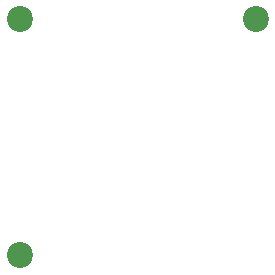
<source format=gbr>
%TF.GenerationSoftware,KiCad,Pcbnew,7.0.5.1-1-g8f565ef7f0-dirty-deb11*%
%TF.CreationDate,2023-06-03T21:31:44+00:00*%
%TF.ProjectId,pedalboard-led-ring,70656461-6c62-46f6-9172-642d6c65642d,1.0.0*%
%TF.SameCoordinates,Original*%
%TF.FileFunction,NonPlated,1,2,NPTH,Drill*%
%TF.FilePolarity,Positive*%
%FSLAX46Y46*%
G04 Gerber Fmt 4.6, Leading zero omitted, Abs format (unit mm)*
G04 Created by KiCad (PCBNEW 7.0.5.1-1-g8f565ef7f0-dirty-deb11) date 2023-06-03 21:31:44*
%MOMM*%
%LPD*%
G01*
G04 APERTURE LIST*
%TA.AperFunction,ComponentDrill*%
%ADD10C,2.200000*%
%TD*%
G04 APERTURE END LIST*
D10*
%TO.C,H1*%
X70000000Y-50000000D03*
%TO.C,H3*%
X70000000Y-70000000D03*
%TO.C,H2*%
X90000000Y-50000000D03*
M02*

</source>
